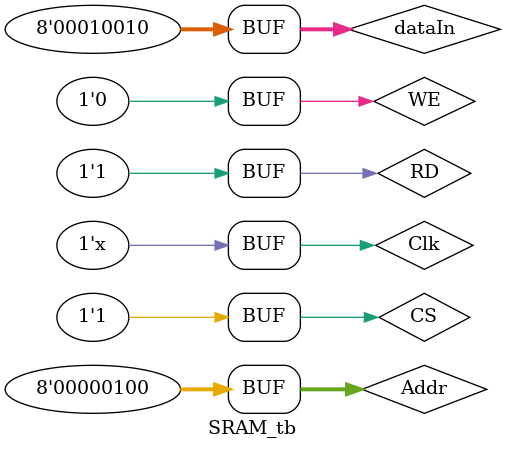
<source format=v>
module SRAM_tb();
// Inputs

 reg [7:0] dataIn;

 reg [7:0] Addr;

 reg CS;

 reg WE;

 reg RD;

 reg Clk;


 // Outputs

 wire [7:0] dataOut;


 // Instantiate the Unit Under Test (UUT)

SRAM uut (.dataIn(dataIn),.dataOut(dataOut),.Addr(Addr),.CS(CS),.WE(WE),.RD(RD),.Clk(Clk));


 initial begin

  // Initialize Inputs

  dataIn  = 8'h0;

  Addr  = 8'h0;

  CS  = 1'b0;

  WE  = 1'b0;

  RD  = 1'b0;

  Clk  = 1'b0;


  // Wait 100 ns for global reset to finish

  #100;

       

  // Add stimulus here

  dataIn  = 8'h0;

  Addr  = 8'h0;

  CS  = 1'b1;

  WE  = 1'b1;

  RD  = 1'b0;

  #20;

  dataIn  = 8'h0;

  Addr  = 8'h0;

  #20;

  dataIn  = 8'h1;

  Addr  = 8'h1;

  #20;

  dataIn  = 8'h10;

  Addr  = 8'h2;

  #20;

  dataIn  = 8'h6;

  Addr  = 8'h3;

  #20;

  dataIn  = 8'h12;

  Addr  = 8'h4;

  #40;

  Addr  = 8'h0;

  WE  = 1'b0;

  RD  = 1'b1;

  #20;

  Addr   = 8'h1;

  #20;

  Addr   = 8'h2;

  #20;

  Addr   = 8'h3;

  #20;

  Addr   = 8'h4;

 end

   

 always #10 Clk = ~Clk;

 


endmodule

</source>
